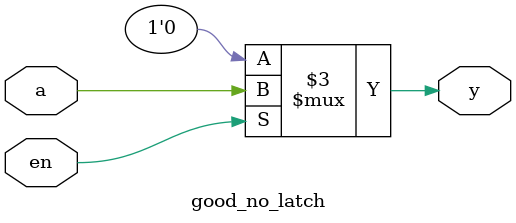
<source format=v>
`timescale 1ns / 1ps

//latch interface example
//BAD: Latch inferred
module bad_latch (
    input  en,
    input  a,
    output reg y
);
    always @(*) begin
        if (en)
            y = a;
    end
endmodule

//GOOD: No latch
module good_no_latch (
    input  en,
    input  a,
    output reg y
);
    always @(*) begin
        y = 1'b0;       // default assignment
        if (en)
            y = a;  //or else block can include to avoid the latch interface
    end
endmodule


</source>
